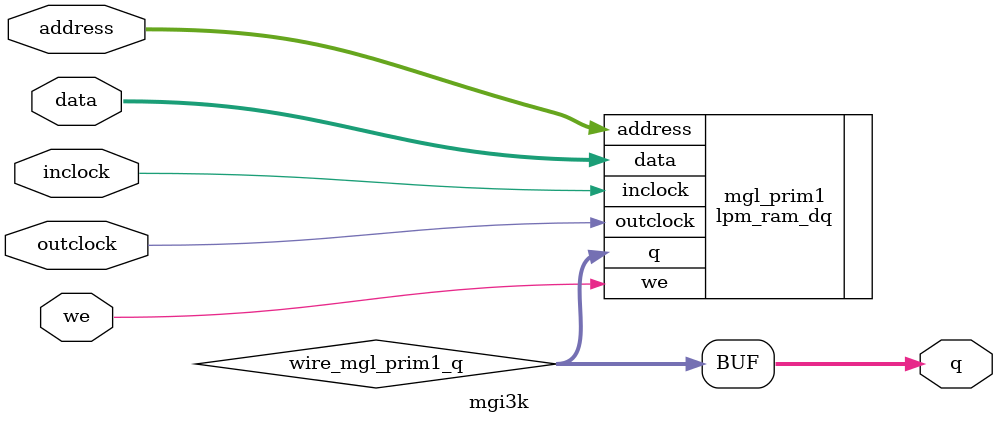
<source format=v>






//synthesis_resources = lpm_ram_dq 1 
//synopsys translate_off
`timescale 1 ps / 1 ps
//synopsys translate_on
module  mgi3k
	( 
	address,
	data,
	inclock,
	outclock,
	q,
	we) /* synthesis synthesis_clearbox=1 */;
	input   [14:0]  address;
	input   [7:0]  data;
	input   inclock;
	input   outclock;
	output   [7:0]  q;
	input   we;

	wire  [7:0]   wire_mgl_prim1_q;

	lpm_ram_dq   mgl_prim1
	( 
	.address(address),
	.data(data),
	.inclock(inclock),
	.outclock(outclock),
	.q(wire_mgl_prim1_q),
	.we(we));
	defparam
		mgl_prim1.intended_device_family = "MAX7000S",
		mgl_prim1.lpm_address_control = "REGISTERED",
		mgl_prim1.lpm_indata = "REGISTERED",
		mgl_prim1.lpm_outdata = "REGISTERED",
		mgl_prim1.lpm_width = 8,
		mgl_prim1.lpm_widthad = 15;
	assign
		q = wire_mgl_prim1_q;
endmodule //mgi3k
//VALID FILE

</source>
